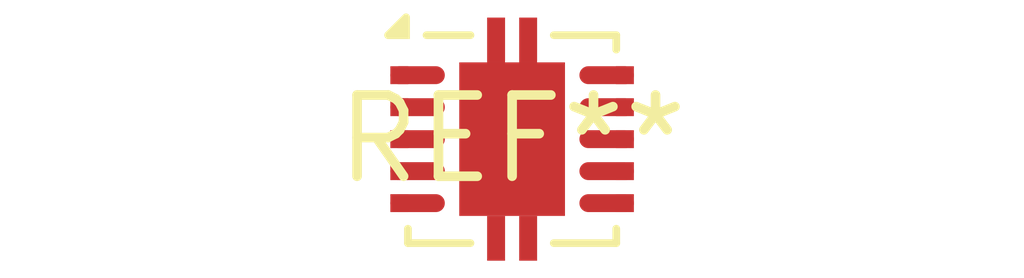
<source format=kicad_pcb>
(kicad_pcb (version 20240108) (generator pcbnew)
  (layers (0 "F.Cu" signal) (31 "B.Cu" signal) (34 "B.Paste" user) (35 "F.Paste" user) (36 "B.SilkS" user "B.Silkscreen") (37 "F.SilkS" user "F.Silkscreen") (38 "B.Mask" user) (39 "F.Mask" user) (44 "Edge.Cuts" user))
  (net 0 "")
  (footprint "Texas_DSC0010J" (layer "F.Cu") (at 0 0)
    (property "Reference" "REF**")
    (property "Value" "Texas_DSC0010J")
    (fp_line (start -1.625 1.625) (end -1.625 1.4) (layer "F.SilkS") (stroke (width 0.12)))
    (fp_line (start -1.625 1.625) (end -0.65 1.625) (layer "F.SilkS") (stroke (width 0.12)))
    (fp_line (start -1.335 -1.625) (end -0.65 -1.625) (layer "F.SilkS") (stroke (width 0.12)))
    (fp_line (start 0.65 -1.625) (end 1.625 -1.625) (layer "F.SilkS") (stroke (width 0.12)))
    (fp_line (start 0.65 1.625) (end 1.625 1.625) (layer "F.SilkS") (stroke (width 0.12)))
    (fp_line (start 1.625 -1.4) (end 1.625 -1.625) (layer "F.SilkS") (stroke (width 0.12)))
    (fp_line (start 1.625 1.4) (end 1.625 1.625) (layer "F.SilkS") (stroke (width 0.12)))
    (fp_poly (pts (xy -1.655 -1.625) (xy -1.935 -1.625) (xy -1.655 -1.905) (xy -1.655 -1.625)) (layer "F.SilkS") (stroke (width 0.12)) (fill solid))
    (pad "1" smd rect (at -1.76 -1) (size 0.28 0.28) (layers "F.Cu" "F.Paste" "F.Mask"))
    (pad "1" smd oval (at -1.475 -1) (size 0.85 0.28) (layers "F.Cu" "F.Paste" "F.Mask"))
    (pad "2" smd rect (at -1.76 -0.5) (size 0.28 0.28) (layers "F.Cu" "F.Paste" "F.Mask"))
    (pad "2" smd oval (at -1.475 -0.5) (size 0.85 0.28) (layers "F.Cu" "F.Paste" "F.Mask"))
    (pad "3" smd rect (at -1.76 0) (size 0.28 0.28) (layers "F.Cu" "F.Paste" "F.Mask"))
    (pad "3" smd oval (at -1.475 0) (size 0.85 0.28) (layers "F.Cu" "F.Paste" "F.Mask"))
    (pad "4" smd rect (at -1.76 0.5) (size 0.28 0.28) (layers "F.Cu" "F.Paste" "F.Mask"))
    (pad "4" smd oval (at -1.475 0.5) (size 0.85 0.28) (layers "F.Cu" "F.Paste" "F.Mask"))
    (pad "5" smd rect (at -1.76 1) (size 0.28 0.28) (layers "F.Cu" "F.Paste" "F.Mask"))
    (pad "5" smd oval (at -1.475 1) (size 0.85 0.28) (layers "F.Cu" "F.Paste" "F.Mask"))
    (pad "6" smd oval (at 1.475 1) (size 0.85 0.28) (layers "F.Cu" "F.Paste" "F.Mask"))
    (pad "6" smd rect (at 1.76 1) (size 0.28 0.28) (layers "F.Cu" "F.Paste" "F.Mask"))
    (pad "7" smd oval (at 1.475 0.5) (size 0.85 0.28) (layers "F.Cu" "F.Paste" "F.Mask"))
    (pad "7" smd rect (at 1.76 0.5) (size 0.28 0.28) (layers "F.Cu" "F.Paste" "F.Mask"))
    (pad "8" smd oval (at 1.475 0) (size 0.85 0.28) (layers "F.Cu" "F.Paste" "F.Mask"))
    (pad "8" smd rect (at 1.76 0) (size 0.28 0.28) (layers "F.Cu" "F.Paste" "F.Mask"))
    (pad "9" smd oval (at 1.475 -0.5) (size 0.85 0.28) (layers "F.Cu" "F.Paste" "F.Mask"))
    (pad "9" smd rect (at 1.76 -0.5) (size 0.28 0.28) (layers "F.Cu" "F.Paste" "F.Mask"))
    (pad "10" smd oval (at 1.475 -1) (size 0.85 0.28) (layers "F.Cu" "F.Paste" "F.Mask"))
    (pad "10" smd rect (at 1.76 -1) (size 0.28 0.28) (layers "F.Cu" "F.Paste" "F.Mask"))
    (pad "11" smd rect (at -0.45 -0.635) (size 0.68 1.05) (layers "F.Cu" "F.Paste" "F.Mask"))
    (pad "11" smd rect (at -0.45 0.635) (size 0.68 1.05) (layers "F.Cu" "F.Paste" "F.Mask"))
    (pad "11" smd rect (at -0.25 -1.63) (size 0.26 0.5) (layers "F.Cu" "F.Paste" "F.Mask"))
    (pad "11" smd rect (at -0.25 -1.55) (size 0.28 0.7) (layers "F.Cu" "F.Mask"))
    (pad "11" smd rect (at -0.25 1.55) (size 0.28 0.7) (layers "F.Cu" "F.Mask"))
    (pad "11" smd rect (at -0.25 1.63) (size 0.26 0.5) (layers "F.Cu" "F.Paste" "F.Mask"))
    (pad "11" smd rect (at 0 0) (size 1.65 2.4) (layers "F.Cu" "F.Mask"))
    (pad "11" smd rect (at 0.25 -1.63) (size 0.26 0.5) (layers "F.Cu" "F.Paste" "F.Mask"))
    (pad "11" smd rect (at 0.25 -1.55) (size 0.28 0.7) (layers "F.Cu" "F.Mask"))
    (pad "11" smd rect (at 0.25 1.55) (size 0.28 0.7) (layers "F.Cu" "F.Mask"))
    (pad "11" smd rect (at 0.25 1.63) (size 0.26 0.5) (layers "F.Cu" "F.Paste" "F.Mask"))
    (pad "11" smd rect (at 0.45 -0.635) (size 0.68 1.05) (layers "F.Cu" "F.Paste" "F.Mask"))
    (pad "11" smd rect (at 0.45 0.635) (size 0.68 1.05) (layers "F.Cu" "F.Paste" "F.Mask"))
  )
)
</source>
